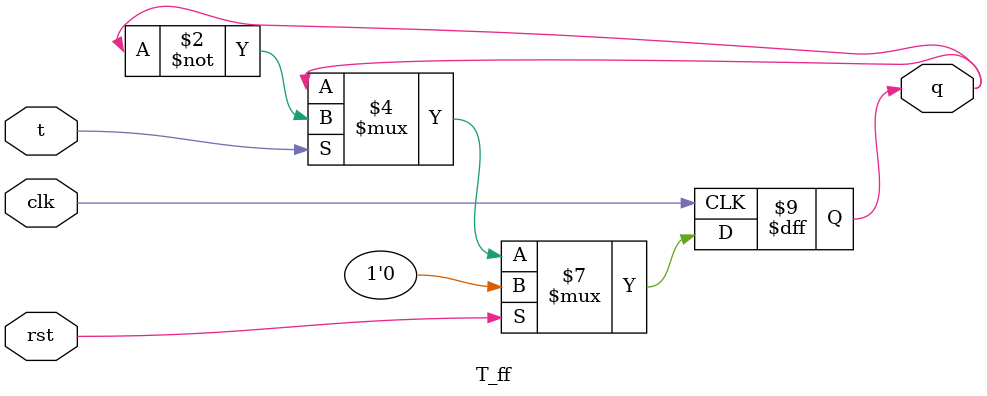
<source format=v>
`timescale 1ns / 1ps

module SR_USING_JK_T_D(
input s,r,clk,rst,
output q_jk,q_d,q_t
    );
   wire w1,w2,w3,w4,w5;
   
   jk ff1(s,r,clk,rst,q_jk);
   
   assign w1 = r&q_t;
   assign w2 = ~q_t&s;
   assign w3 = w1 | w2;
   T_ff ff2(w3,clk,rst,q_t);
   
   assign w4 = ~r & q_d;
   assign w5 = s | w4;
   D_ff ff3(w5,clk,rst,q_d);
  
   
    
endmodule

module jk(
input j,k,clk,rst,
output reg q);

always@(posedge clk)
begin
if({rst})
q<=0;
else begin
case({j,k})
2'b00:q<=q;
2'b01:q<=0;
2'b10:q<=1;
2'b11:q<=~q;
endcase
end
end
endmodule


module D_ff(
input d,clk,rst,
output reg q);

always@(posedge clk)
begin
if({rst})
q<=1'b0;
else 
q<=d;
end
endmodule

module T_ff(
input t,clk,rst,
output reg q);

always@(posedge clk)
begin
if(rst)
q<=1'b0;
else 
begin
   if(t)
    q<=~q;
   else
    q<=q;
    end
end
endmodule

</source>
